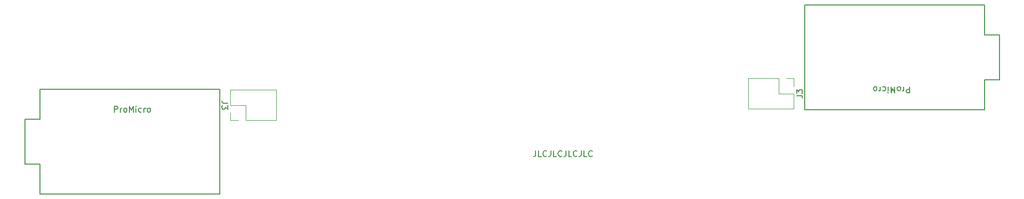
<source format=gbr>
G04 #@! TF.GenerationSoftware,KiCad,Pcbnew,5.1.6+dfsg1-1~bpo10+1*
G04 #@! TF.CreationDate,2020-08-18T06:39:38+03:00*
G04 #@! TF.ProjectId,beam_p,6265616d-5f70-42e6-9b69-6361645f7063,0.0.3*
G04 #@! TF.SameCoordinates,PX6a55ae0PY872eef0*
G04 #@! TF.FileFunction,Legend,Top*
G04 #@! TF.FilePolarity,Positive*
%FSLAX46Y46*%
G04 Gerber Fmt 4.6, Leading zero omitted, Abs format (unit mm)*
G04 Created by KiCad (PCBNEW 5.1.6+dfsg1-1~bpo10+1) date 2020-08-18 06:39:38*
%MOMM*%
%LPD*%
G01*
G04 APERTURE LIST*
%ADD10C,0.150000*%
%ADD11C,0.120000*%
G04 APERTURE END LIST*
D10*
X85130952Y7897620D02*
X85130952Y7183334D01*
X85083333Y7040477D01*
X84988095Y6945239D01*
X84845238Y6897620D01*
X84750000Y6897620D01*
X86083333Y6897620D02*
X85607142Y6897620D01*
X85607142Y7897620D01*
X86988095Y6992858D02*
X86940476Y6945239D01*
X86797619Y6897620D01*
X86702380Y6897620D01*
X86559523Y6945239D01*
X86464285Y7040477D01*
X86416666Y7135715D01*
X86369047Y7326191D01*
X86369047Y7469048D01*
X86416666Y7659524D01*
X86464285Y7754762D01*
X86559523Y7850000D01*
X86702380Y7897620D01*
X86797619Y7897620D01*
X86940476Y7850000D01*
X86988095Y7802381D01*
X87702380Y7897620D02*
X87702380Y7183334D01*
X87654761Y7040477D01*
X87559523Y6945239D01*
X87416666Y6897620D01*
X87321428Y6897620D01*
X88654761Y6897620D02*
X88178571Y6897620D01*
X88178571Y7897620D01*
X89559523Y6992858D02*
X89511904Y6945239D01*
X89369047Y6897620D01*
X89273809Y6897620D01*
X89130952Y6945239D01*
X89035714Y7040477D01*
X88988095Y7135715D01*
X88940476Y7326191D01*
X88940476Y7469048D01*
X88988095Y7659524D01*
X89035714Y7754762D01*
X89130952Y7850000D01*
X89273809Y7897620D01*
X89369047Y7897620D01*
X89511904Y7850000D01*
X89559523Y7802381D01*
X90273809Y7897620D02*
X90273809Y7183334D01*
X90226190Y7040477D01*
X90130952Y6945239D01*
X89988095Y6897620D01*
X89892857Y6897620D01*
X91226190Y6897620D02*
X90750000Y6897620D01*
X90750000Y7897620D01*
X92130952Y6992858D02*
X92083333Y6945239D01*
X91940476Y6897620D01*
X91845238Y6897620D01*
X91702380Y6945239D01*
X91607142Y7040477D01*
X91559523Y7135715D01*
X91511904Y7326191D01*
X91511904Y7469048D01*
X91559523Y7659524D01*
X91607142Y7754762D01*
X91702380Y7850000D01*
X91845238Y7897620D01*
X91940476Y7897620D01*
X92083333Y7850000D01*
X92130952Y7802381D01*
X92845238Y7897620D02*
X92845238Y7183334D01*
X92797619Y7040477D01*
X92702380Y6945239D01*
X92559523Y6897620D01*
X92464285Y6897620D01*
X93797619Y6897620D02*
X93321428Y6897620D01*
X93321428Y7897620D01*
X94702380Y6992858D02*
X94654761Y6945239D01*
X94511904Y6897620D01*
X94416666Y6897620D01*
X94273809Y6945239D01*
X94178571Y7040477D01*
X94130952Y7135715D01*
X94083333Y7326191D01*
X94083333Y7469048D01*
X94130952Y7659524D01*
X94178571Y7754762D01*
X94273809Y7850000D01*
X94416666Y7897620D01*
X94511904Y7897620D01*
X94654761Y7850000D01*
X94702380Y7802381D01*
D11*
X41108880Y13027100D02*
X41108880Y18227100D01*
X35968880Y13027100D02*
X41108880Y13027100D01*
X33368880Y18227100D02*
X41108880Y18227100D01*
X35968880Y13027100D02*
X35968880Y15627100D01*
X35968880Y15627100D02*
X33368880Y15627100D01*
X33368880Y15627100D02*
X33368880Y18227100D01*
X34698880Y13027100D02*
X33368880Y13027100D01*
X33368880Y13027100D02*
X33368880Y14357100D01*
D10*
X31556900Y18343380D02*
X31556900Y563380D01*
X1076900Y18343380D02*
X31556900Y18343380D01*
X1076900Y13263380D02*
X1076900Y18343380D01*
X-1463100Y13263380D02*
X1076900Y13263380D01*
X-1463100Y5643380D02*
X-1463100Y13263380D01*
X1076900Y5643380D02*
X-1463100Y5643380D01*
X1076900Y563380D02*
X1076900Y5643380D01*
X1076900Y563380D02*
X31556900Y563380D01*
D11*
X121141120Y20172900D02*
X121141120Y14972900D01*
X126281120Y20172900D02*
X121141120Y20172900D01*
X128881120Y14972900D02*
X121141120Y14972900D01*
X126281120Y20172900D02*
X126281120Y17572900D01*
X126281120Y17572900D02*
X128881120Y17572900D01*
X128881120Y17572900D02*
X128881120Y14972900D01*
X127551120Y20172900D02*
X128881120Y20172900D01*
X128881120Y20172900D02*
X128881120Y18842900D01*
D10*
X130693100Y14856620D02*
X130693100Y32636620D01*
X161173100Y14856620D02*
X130693100Y14856620D01*
X161173100Y19936620D02*
X161173100Y14856620D01*
X163713100Y19936620D02*
X161173100Y19936620D01*
X163713100Y27556620D02*
X163713100Y19936620D01*
X161173100Y27556620D02*
X163713100Y27556620D01*
X161173100Y32636620D02*
X161173100Y27556620D01*
X161173100Y32636620D02*
X130693100Y32636620D01*
X32916499Y15960434D02*
X32202213Y15960434D01*
X32059356Y16008053D01*
X31964118Y16103291D01*
X31916499Y16246148D01*
X31916499Y16341386D01*
X32916499Y15579481D02*
X32916499Y14960434D01*
X32535546Y15293767D01*
X32535546Y15150910D01*
X32487927Y15055672D01*
X32440308Y15008053D01*
X32345070Y14960434D01*
X32106975Y14960434D01*
X32011737Y15008053D01*
X31964118Y15055672D01*
X31916499Y15150910D01*
X31916499Y15436624D01*
X31964118Y15531862D01*
X32011737Y15579481D01*
X13727430Y14455900D02*
X13727430Y15455900D01*
X14108382Y15455900D01*
X14203620Y15408280D01*
X14251240Y15360661D01*
X14298859Y15265423D01*
X14298859Y15122566D01*
X14251240Y15027328D01*
X14203620Y14979709D01*
X14108382Y14932090D01*
X13727430Y14932090D01*
X14727430Y14455900D02*
X14727430Y15122566D01*
X14727430Y14932090D02*
X14775049Y15027328D01*
X14822668Y15074947D01*
X14917906Y15122566D01*
X15013144Y15122566D01*
X15489335Y14455900D02*
X15394097Y14503519D01*
X15346478Y14551138D01*
X15298859Y14646376D01*
X15298859Y14932090D01*
X15346478Y15027328D01*
X15394097Y15074947D01*
X15489335Y15122566D01*
X15632192Y15122566D01*
X15727430Y15074947D01*
X15775049Y15027328D01*
X15822668Y14932090D01*
X15822668Y14646376D01*
X15775049Y14551138D01*
X15727430Y14503519D01*
X15632192Y14455900D01*
X15489335Y14455900D01*
X16251240Y14455900D02*
X16251240Y15455900D01*
X16584573Y14741614D01*
X16917906Y15455900D01*
X16917906Y14455900D01*
X17394097Y14455900D02*
X17394097Y15122566D01*
X17394097Y15455900D02*
X17346478Y15408280D01*
X17394097Y15360661D01*
X17441716Y15408280D01*
X17394097Y15455900D01*
X17394097Y15360661D01*
X18298859Y14503519D02*
X18203620Y14455900D01*
X18013144Y14455900D01*
X17917906Y14503519D01*
X17870287Y14551138D01*
X17822668Y14646376D01*
X17822668Y14932090D01*
X17870287Y15027328D01*
X17917906Y15074947D01*
X18013144Y15122566D01*
X18203620Y15122566D01*
X18298859Y15074947D01*
X18727430Y14455900D02*
X18727430Y15122566D01*
X18727430Y14932090D02*
X18775049Y15027328D01*
X18822668Y15074947D01*
X18917906Y15122566D01*
X19013144Y15122566D01*
X19489335Y14455900D02*
X19394097Y14503519D01*
X19346478Y14551138D01*
X19298859Y14646376D01*
X19298859Y14932090D01*
X19346478Y15027328D01*
X19394097Y15074947D01*
X19489335Y15122566D01*
X19632192Y15122566D01*
X19727430Y15074947D01*
X19775049Y15027328D01*
X19822668Y14932090D01*
X19822668Y14646376D01*
X19775049Y14551138D01*
X19727430Y14503519D01*
X19632192Y14455900D01*
X19489335Y14455900D01*
X129333500Y17239567D02*
X130047786Y17239567D01*
X130190643Y17191948D01*
X130285881Y17096710D01*
X130333500Y16953853D01*
X130333500Y16858615D01*
X129333500Y17620520D02*
X129333500Y18239567D01*
X129714453Y17906234D01*
X129714453Y18049091D01*
X129762072Y18144329D01*
X129809691Y18191948D01*
X129904929Y18239567D01*
X130143024Y18239567D01*
X130238262Y18191948D01*
X130285881Y18144329D01*
X130333500Y18049091D01*
X130333500Y17763377D01*
X130285881Y17668139D01*
X130238262Y17620520D01*
X148522569Y18744101D02*
X148522569Y17744101D01*
X148141617Y17744101D01*
X148046379Y17791720D01*
X147998760Y17839340D01*
X147951140Y17934578D01*
X147951140Y18077435D01*
X147998760Y18172673D01*
X148046379Y18220292D01*
X148141617Y18267911D01*
X148522569Y18267911D01*
X147522569Y18744101D02*
X147522569Y18077435D01*
X147522569Y18267911D02*
X147474950Y18172673D01*
X147427331Y18125054D01*
X147332093Y18077435D01*
X147236855Y18077435D01*
X146760664Y18744101D02*
X146855902Y18696482D01*
X146903521Y18648863D01*
X146951140Y18553625D01*
X146951140Y18267911D01*
X146903521Y18172673D01*
X146855902Y18125054D01*
X146760664Y18077435D01*
X146617807Y18077435D01*
X146522569Y18125054D01*
X146474950Y18172673D01*
X146427331Y18267911D01*
X146427331Y18553625D01*
X146474950Y18648863D01*
X146522569Y18696482D01*
X146617807Y18744101D01*
X146760664Y18744101D01*
X145998760Y18744101D02*
X145998760Y17744101D01*
X145665426Y18458387D01*
X145332093Y17744101D01*
X145332093Y18744101D01*
X144855902Y18744101D02*
X144855902Y18077435D01*
X144855902Y17744101D02*
X144903521Y17791720D01*
X144855902Y17839340D01*
X144808283Y17791720D01*
X144855902Y17744101D01*
X144855902Y17839340D01*
X143951140Y18696482D02*
X144046379Y18744101D01*
X144236855Y18744101D01*
X144332093Y18696482D01*
X144379712Y18648863D01*
X144427331Y18553625D01*
X144427331Y18267911D01*
X144379712Y18172673D01*
X144332093Y18125054D01*
X144236855Y18077435D01*
X144046379Y18077435D01*
X143951140Y18125054D01*
X143522569Y18744101D02*
X143522569Y18077435D01*
X143522569Y18267911D02*
X143474950Y18172673D01*
X143427331Y18125054D01*
X143332093Y18077435D01*
X143236855Y18077435D01*
X142760664Y18744101D02*
X142855902Y18696482D01*
X142903521Y18648863D01*
X142951140Y18553625D01*
X142951140Y18267911D01*
X142903521Y18172673D01*
X142855902Y18125054D01*
X142760664Y18077435D01*
X142617807Y18077435D01*
X142522569Y18125054D01*
X142474950Y18172673D01*
X142427331Y18267911D01*
X142427331Y18553625D01*
X142474950Y18648863D01*
X142522569Y18696482D01*
X142617807Y18744101D01*
X142760664Y18744101D01*
M02*

</source>
